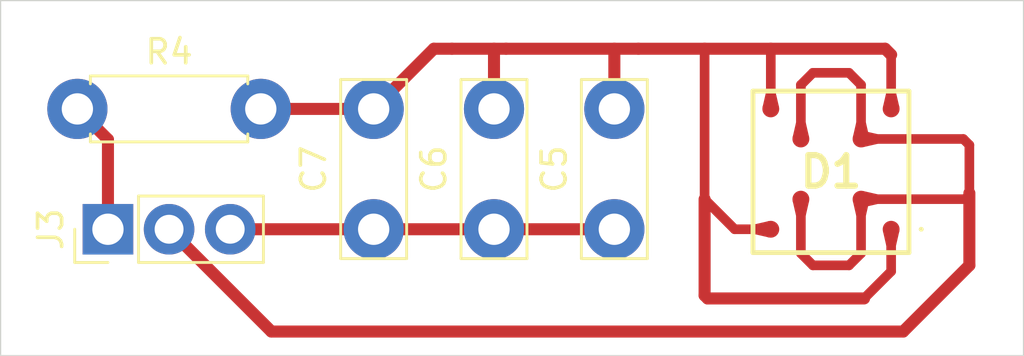
<source format=kicad_pcb>
(kicad_pcb (version 20241229) (generator "pcbnew") (generator_version "9.0")
  (layers (0 "F.Cu" signal) (2 "B.Cu" signal) (13 "F.Paste" user) (15 "B.Paste" user) (5 "F.SilkS" user "F.Silkscreen") (7 "B.SilkS" user "B.Silkscreen") (1 "F.Mask" user) (3 "B.Mask" user) (25 "Edge.Cuts" user))
  (net 0 "")
  (net 1 "GND")
  (net 2 "Net-(D1-CATHODE_1)")
  (net 3 "Net-(D1-ANODE_3)")
  (net 4 "Net-(J3-Pin_1)")
  (footprint "Capacitor_THT:C_Rect_L7.2mm_W2.5mm_P5.00mm_FKS2_FKP2_MKS2_MKP2" (layer "F.Cu") (at 43.25 30.125 90)
    (property "Reference" "C6" (at 2.5 -2.5 90) (layer "F.SilkS"))
    (property "Value" "10nF")
    (fp_line (start 6.22 -1.37) (end 6.22 1.37) (stroke (width 0.12)) (layer "F.SilkS"))
    (fp_line (start -1.22 -1.37) (end 6.22 -1.37) (stroke (width 0.12)) (layer "F.SilkS"))
    (fp_line (start 6.22 1.37) (end -1.22 1.37) (stroke (width 0.12)) (layer "F.SilkS"))
    (fp_line (start -1.22 1.37) (end -1.22 -1.37) (stroke (width 0.12)) (layer "F.SilkS"))
    (pad "1" thru_hole circle (at 0 0 90) (size 2.5 2.5) (drill 1.3) (layers "*.Cu" "*.Mask") (net 1 "GND"))
    (pad "2" thru_hole circle (at 5 0 90) (size 2.5 2.5) (drill 1.3) (layers "*.Cu" "*.Mask") (net 2 "Net-(D1-CATHODE_1)"))
  )
  (footprint "AFBRS4N66P014M:AFBRS4N66P014M" (layer "F.Cu") (at 57.25 27.625)
    (property "Reference" "D1" (at 0 0.115 0) (layer "F.SilkS") (effects (font (size 1.27 1.27) (thickness 0.254))))
    (property "Value" "AFBR-S4N66P014M" (hide yes))
    (fp_line (start -3.24 -3.24) (end 3.24 -3.24) (stroke (width 0.2)) (layer "F.SilkS"))
    (fp_line (start -3.24 3.47) (end -3.24 -3.24) (stroke (width 0.2)) (layer "F.SilkS"))
    (fp_line (start 3.24 -3.24) (end 3.24 3.47) (stroke (width 0.2)) (layer "F.SilkS"))
    (fp_line (start 3.24 3.47) (end -3.24 3.47) (stroke (width 0.2)) (layer "F.SilkS"))
    (fp_line (start 3.7 2.5) (end 3.7 2.5) (stroke (width 0.1)) (layer "F.SilkS"))
    (fp_line (start 3.8 2.5) (end 3.8 2.5) (stroke (width 0.1)) (layer "F.SilkS"))
    (fp_arc (start 3.7 2.5) (mid 3.75 2.45) (end 3.8 2.5) (stroke (width 0.1)) (layer "F.SilkS"))
    (fp_arc (start 3.8 2.5) (mid 3.75 2.55) (end 3.7 2.5) (stroke (width 0.1)) (layer "F.SilkS"))
    (pad "1" smd circle (at -2.5 -2.5 90) (size 0.7 0.7) (layers "F.Cu" "F.Mask" "F.Paste") (net 2 "Net-(D1-CATHODE_1)"))
    (pad "1" smd circle (at -2.5 2.5 90) (size 0.7 0.7) (layers "F.Cu" "F.Mask" "F.Paste") (net 2 "Net-(D1-CATHODE_1)"))
    (pad "1" smd circle (at 2.5 -2.5 90) (size 0.7 0.7) (layers "F.Cu" "F.Mask" "F.Paste") (net 2 "Net-(D1-CATHODE_1)"))
    (pad "1" smd circle (at 2.5 2.5 90) (size 0.7 0.7) (layers "F.Cu" "F.Mask" "F.Paste") (net 2 "Net-(D1-CATHODE_1)"))
    (pad "2" smd circle (at -1.25 -1.25 90) (size 0.7 0.7) (layers "F.Cu" "F.Mask" "F.Paste") (net 3 "Net-(D1-ANODE_3)"))
    (pad "2" smd circle (at -1.25 1.25 90) (size 0.7 0.7) (layers "F.Cu" "F.Mask" "F.Paste") (net 3 "Net-(D1-ANODE_3)"))
    (pad "2" smd circle (at 1.25 -1.25 90) (size 0.7 0.7) (layers "F.Cu" "F.Mask" "F.Paste") (net 3 "Net-(D1-ANODE_3)"))
    (pad "2" smd circle (at 1.25 1.25 90) (size 0.7 0.7) (layers "F.Cu" "F.Mask" "F.Paste") (net 3 "Net-(D1-ANODE_3)"))
  )
  (footprint "Capacitor_THT:C_Rect_L7.2mm_W2.5mm_P5.00mm_FKS2_FKP2_MKS2_MKP2" (layer "F.Cu") (at 48.25 30.125 90)
    (property "Reference" "C5" (at 2.5 -2.5 90) (layer "F.SilkS"))
    (property "Value" "1nF")
    (fp_line (start 6.22 -1.37) (end 6.22 1.37) (stroke (width 0.12)) (layer "F.SilkS"))
    (fp_line (start -1.22 -1.37) (end 6.22 -1.37) (stroke (width 0.12)) (layer "F.SilkS"))
    (fp_line (start 6.22 1.37) (end -1.22 1.37) (stroke (width 0.12)) (layer "F.SilkS"))
    (fp_line (start -1.22 1.37) (end -1.22 -1.37) (stroke (width 0.12)) (layer "F.SilkS"))
    (pad "1" thru_hole circle (at 0 0 90) (size 2.5 2.5) (drill 1.3) (layers "*.Cu" "*.Mask") (net 1 "GND"))
    (pad "2" thru_hole circle (at 5 0 90) (size 2.5 2.5) (drill 1.3) (layers "*.Cu" "*.Mask") (net 2 "Net-(D1-CATHODE_1)"))
  )
  (footprint "Resistor_THT:R_Axial_DIN0207_L6.3mm_D2.5mm_P7.62mm_Horizontal" (layer "F.Cu") (at 25.94 25.125)
    (property "Reference" "R4" (at 3.81 -2.37 0) (layer "F.SilkS"))
    (property "Value" "68")
    (fp_line (start 0.54 -1.37) (end 7.08 -1.37) (stroke (width 0.12)) (layer "F.SilkS"))
    (fp_line (start 0.54 -1.04) (end 0.54 -1.37) (stroke (width 0.12)) (layer "F.SilkS"))
    (fp_line (start 0.54 1.04) (end 0.54 1.37) (stroke (width 0.12)) (layer "F.SilkS"))
    (fp_line (start 0.54 1.37) (end 7.08 1.37) (stroke (width 0.12)) (layer "F.SilkS"))
    (fp_line (start 7.08 -1.37) (end 7.08 -1.04) (stroke (width 0.12)) (layer "F.SilkS"))
    (fp_line (start 7.08 1.37) (end 7.08 1.04) (stroke (width 0.12)) (layer "F.SilkS"))
    (pad "1" thru_hole circle (at 0 0) (size 2.5 2.5) (drill 1.3) (layers "*.Cu" "*.Mask") (net 4 "Net-(J3-Pin_1)"))
    (pad "2" thru_hole circle (at 7.62 0) (size 2.5 2.5) (drill 1.3) (layers "*.Cu" "*.Mask") (net 2 "Net-(D1-CATHODE_1)"))
  )
  (footprint "Connector_PinHeader_2.54mm:PinHeader_1x03_P2.54mm_Vertical" (layer "F.Cu") (at 27.21 30.125 90)
    (property "Reference" "J3" (at 0 -2.38 90) (layer "F.SilkS"))
    (property "Value" "3 Pin Male")
    (fp_line (start -1.38 -1.38) (end 0 -1.38) (stroke (width 0.12)) (layer "F.SilkS"))
    (fp_line (start -1.38 0) (end -1.38 -1.38) (stroke (width 0.12)) (layer "F.SilkS"))
    (fp_line (start 1.38 1.27) (end 1.38 6.46) (stroke (width 0.12)) (layer "F.SilkS"))
    (fp_line (start -1.38 1.27) (end 1.38 1.27) (stroke (width 0.12)) (layer "F.SilkS"))
    (fp_line (start -1.38 1.27) (end -1.38 6.46) (stroke (width 0.12)) (layer "F.SilkS"))
    (fp_line (start -1.38 6.46) (end 1.38 6.46) (stroke (width 0.12)) (layer "F.SilkS"))
    (pad "1" thru_hole rect (at 0 0 90) (size 2.1 2.1) (drill 1.3) (layers "*.Cu" "*.Mask") (net 4 "Net-(J3-Pin_1)"))
    (pad "2" thru_hole circle (at 0 2.54 90) (size 2.1 2.1) (drill 1.2) (layers "*.Cu" "*.Mask") (net 3 "Net-(D1-ANODE_3)"))
    (pad "3" thru_hole circle (at 0 5.08 90) (size 2.1 2.1) (drill 1.2) (layers "*.Cu" "*.Mask") (net 1 "GND"))
  )
  (footprint "Capacitor_THT:C_Rect_L7.2mm_W2.5mm_P5.00mm_FKS2_FKP2_MKS2_MKP2" (layer "F.Cu") (at 38.25 30.125 90)
    (property "Reference" "C7" (at 2.5 -2.5 90) (layer "F.SilkS"))
    (property "Value" "100nF")
    (fp_line (start 6.22 -1.37) (end 6.22 1.37) (stroke (width 0.12)) (layer "F.SilkS"))
    (fp_line (start -1.22 -1.37) (end 6.22 -1.37) (stroke (width 0.12)) (layer "F.SilkS"))
    (fp_line (start 6.22 1.37) (end -1.22 1.37) (stroke (width 0.12)) (layer "F.SilkS"))
    (fp_line (start -1.22 1.37) (end -1.22 -1.37) (stroke (width 0.12)) (layer "F.SilkS"))
    (pad "1" thru_hole circle (at 0 0 90) (size 2.5 2.5) (drill 1.3) (layers "*.Cu" "*.Mask") (net 1 "GND"))
    (pad "2" thru_hole circle (at 5 0 90) (size 2.5 2.5) (drill 1.3) (layers "*.Cu" "*.Mask") (net 2 "Net-(D1-CATHODE_1)"))
  )
  (gr_rect (start 22.75 20.625) (end 65.25 35.375) (stroke (width 0.05)) (fill no) (layer "Edge.Cuts"))
  (segment (start 32.29 30.125) (end 38.25 30.125) (width 0.5) (layer "F.Cu") (net 1))
  (segment (start 38.25 30.125) (end 43.25 30.125) (width 0.5) (layer "F.Cu") (net 1))
  (segment (start 43.25 30.125) (end 48.25 30.125) (width 0.5) (layer "F.Cu") (net 1))
  (segment (start 38.25 25.125) (end 40.75 22.625) (width 0.5) (layer "F.Cu") (net 2))
  (segment (start 54.75 22.625) (end 59.5 22.625) (width 0.5) (layer "F.Cu") (net 2))
  (segment (start 48.25 25.125) (end 48.25 22.625) (width 0.5) (layer "F.Cu") (net 2))
  (segment (start 43.25 25.125) (end 43.25 22.625) (width 0.5) (layer "F.Cu") (net 2))
  (segment (start 59.75 31.875) (end 58.625 33) (width 0.4) (layer "F.Cu") (net 2))
  (segment (start 52 22.625) (end 54.75 22.625) (width 0.5) (layer "F.Cu") (net 2))
  (segment (start 38.5 25.125) (end 38.25 25.125) (width 0.3) (layer "F.Cu") (net 2))
  (segment (start 52 28.875) (end 52 22.625) (width 0.4) (layer "F.Cu") (net 2))
  (segment (start 59.75 30.125) (end 59.75 31.875) (width 0.4) (layer "F.Cu") (net 2))
  (segment (start 52 32.875) (end 52 28.875) (width 0.5) (layer "F.Cu") (net 2))
  (segment (start 43.75 22.625) (end 49.25 22.625) (width 0.5) (layer "F.Cu") (net 2))
  (segment (start 54.75 25.125) (end 54.75 22.625) (width 0.4) (layer "F.Cu") (net 2))
  (segment (start 49.25 22.625) (end 52 22.625) (width 0.5) (layer "F.Cu") (net 2))
  (segment (start 59.75 25.125) (end 59.75 22.875) (width 0.4) (layer "F.Cu") (net 2))
  (segment (start 52.125 33) (end 52 32.875) (width 0.5) (layer "F.Cu") (net 2))
  (segment (start 41.5 22.625) (end 43.75 22.625) (width 0.5) (layer "F.Cu") (net 2))
  (segment (start 58.625 33) (end 52.125 33) (width 0.5) (layer "F.Cu") (net 2))
  (segment (start 53.25 30.125) (end 52 28.875) (width 0.4) (layer "F.Cu") (net 2))
  (segment (start 54.75 30.125) (end 53.25 30.125) (width 0.4) (layer "F.Cu") (net 2))
  (segment (start 33.56 25.125) (end 38.25 25.125) (width 0.5) (layer "F.Cu") (net 2))
  (segment (start 40.75 22.625) (end 41.5 22.625) (width 0.5) (layer "F.Cu") (net 2))
  (segment (start 59.75 22.875) (end 59.5 22.625) (width 0.5) (layer "F.Cu") (net 2))
  (segment (start 63 28.625) (end 63 31.625) (width 0.5) (layer "F.Cu") (net 3))
  (segment (start 34 34.375) (end 29.75 30.125) (width 0.5) (layer "F.Cu") (net 3))
  (segment (start 63 31.625) (end 60.25 34.375) (width 0.5) (layer "F.Cu") (net 3))
  (segment (start 56 24.125) (end 56.5 23.625) (width 0.4) (layer "F.Cu") (net 3))
  (segment (start 56.5 31.625) (end 58 31.625) (width 0.4) (layer "F.Cu") (net 3))
  (segment (start 58.5 28.875) (end 58.5 31.125) (width 0.4) (layer "F.Cu") (net 3))
  (segment (start 62.75 28.875) (end 58.5 28.875) (width 0.4) (layer "F.Cu") (net 3))
  (segment (start 56.5 23.625) (end 58 23.625) (width 0.4) (layer "F.Cu") (net 3))
  (segment (start 63 26.625) (end 63 28.625) (width 0.4) (layer "F.Cu") (net 3))
  (segment (start 58.5 24.125) (end 58.5 26.375) (width 0.4) (layer "F.Cu") (net 3))
  (segment (start 58 31.625) (end 58.5 31.125) (width 0.4) (layer "F.Cu") (net 3))
  (segment (start 58.5 26.375) (end 62.75 26.375) (width 0.4) (layer "F.Cu") (net 3))
  (segment (start 63 28.625) (end 62.75 28.875) (width 0.3) (layer "F.Cu") (net 3))
  (segment (start 56 26.375) (end 56 24.125) (width 0.4) (layer "F.Cu") (net 3))
  (segment (start 60.25 34.375) (end 34 34.375) (width 0.5) (layer "F.Cu") (net 3))
  (segment (start 58 23.625) (end 58.5 24.125) (width 0.4) (layer "F.Cu") (net 3))
  (segment (start 56 28.875) (end 56 31.125) (width 0.4) (layer "F.Cu") (net 3))
  (segment (start 62.75 26.375) (end 63 26.625) (width 0.4) (layer "F.Cu") (net 3))
  (segment (start 56 31.125) (end 56.5 31.625) (width 0.4) (layer "F.Cu") (net 3))
  (segment (start 27.21 30.125) (end 27.21 26.395) (width 0.5) (layer "F.Cu") (net 4))
  (segment (start 27.21 26.395) (end 25.94 25.125) (width 0.5) (layer "F.Cu") (net 4))
)
</source>
